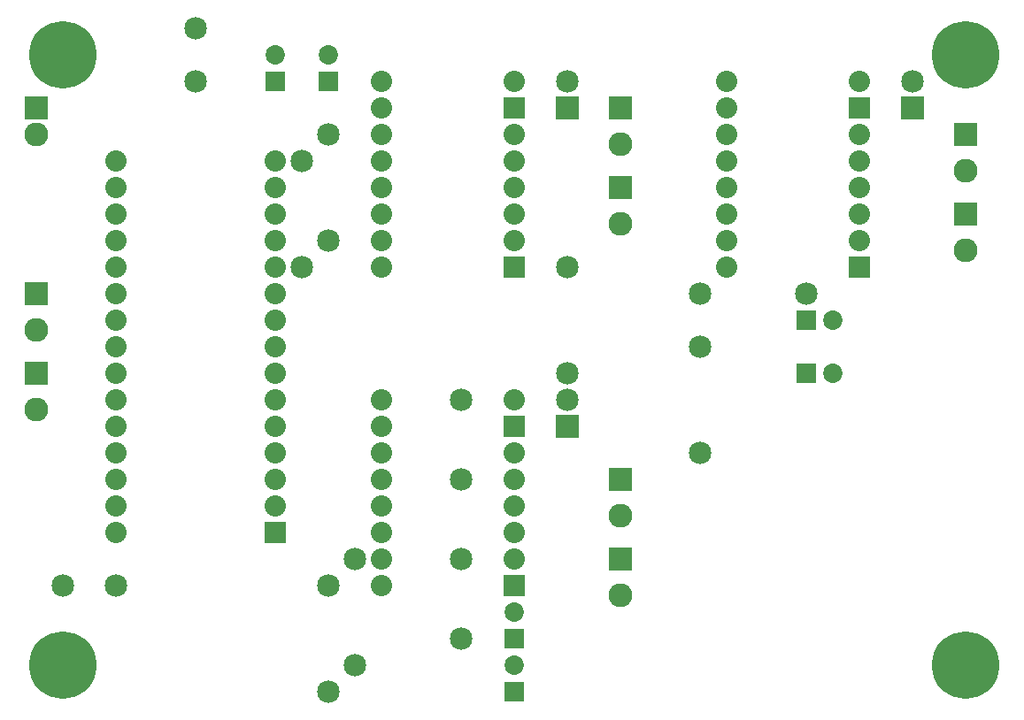
<source format=gbs>
G04 MADE WITH FRITZING*
G04 WWW.FRITZING.ORG*
G04 DOUBLE SIDED*
G04 HOLES PLATED*
G04 CONTOUR ON CENTER OF CONTOUR VECTOR*
%ASAXBY*%
%FSLAX23Y23*%
%MOIN*%
%OFA0B0*%
%SFA1.0B1.0*%
%ADD10C,0.085000*%
%ADD11C,0.072992*%
%ADD12C,0.080000*%
%ADD13C,0.090000*%
%ADD14C,0.254094*%
%ADD15R,0.072992X0.072992*%
%ADD16R,0.079972X0.080000*%
%ADD17R,0.080000X0.080000*%
%ADD18R,0.090000X0.090000*%
%ADD19R,0.085000X0.085000*%
%LNMASK0*%
G90*
G70*
G54D10*
X253Y531D03*
X453Y531D03*
X1353Y231D03*
X1353Y631D03*
X1353Y231D03*
X1353Y631D03*
X1253Y1831D03*
X1253Y2231D03*
X1253Y1831D03*
X1253Y2231D03*
X3053Y1631D03*
X2653Y1631D03*
X3053Y1631D03*
X2653Y1631D03*
G54D11*
X3054Y1531D03*
X3153Y1531D03*
X3054Y1531D03*
X3153Y1531D03*
X1253Y2432D03*
X1253Y2531D03*
X1253Y2432D03*
X1253Y2531D03*
X1953Y332D03*
X1953Y431D03*
X1953Y332D03*
X1953Y431D03*
X3054Y1331D03*
X3153Y1331D03*
X3054Y1331D03*
X3153Y1331D03*
G54D10*
X2653Y1031D03*
X2653Y1431D03*
X2653Y1031D03*
X2653Y1431D03*
G54D11*
X1953Y132D03*
X1953Y231D03*
X1953Y132D03*
X1953Y231D03*
G54D10*
X1253Y131D03*
X1253Y531D03*
X1253Y131D03*
X1253Y531D03*
G54D11*
X1053Y2432D03*
X1053Y2531D03*
X1053Y2432D03*
X1053Y2531D03*
G54D10*
X1153Y1731D03*
X1153Y2131D03*
X1153Y1731D03*
X1153Y2131D03*
G54D12*
X1053Y731D03*
X1053Y831D03*
X1053Y931D03*
X1053Y1031D03*
X1053Y1131D03*
X1053Y1231D03*
X1053Y1331D03*
X1053Y1431D03*
X1053Y1531D03*
X1053Y1631D03*
X1053Y1731D03*
X1053Y1831D03*
X1053Y1931D03*
X1053Y2031D03*
X1053Y2131D03*
X453Y731D03*
X453Y831D03*
X453Y931D03*
X453Y1031D03*
X453Y1131D03*
X453Y1231D03*
X453Y1331D03*
X453Y1431D03*
X453Y1531D03*
X453Y1631D03*
X453Y1731D03*
X453Y1831D03*
X453Y1931D03*
X453Y2031D03*
X453Y2131D03*
X1453Y2431D03*
X1953Y2431D03*
X1453Y2331D03*
X1953Y2331D03*
X1453Y2231D03*
X1953Y2231D03*
X1453Y2131D03*
X1953Y2131D03*
X1453Y2031D03*
X1953Y2031D03*
X1453Y1931D03*
X1953Y1931D03*
X1453Y1831D03*
X1953Y1831D03*
X1453Y1731D03*
X1953Y1731D03*
X1453Y1231D03*
X1953Y1231D03*
X1453Y1131D03*
X1953Y1131D03*
X1453Y1031D03*
X1953Y1031D03*
X1453Y931D03*
X1953Y931D03*
X1453Y831D03*
X1953Y831D03*
X1453Y731D03*
X1953Y731D03*
X1453Y631D03*
X1953Y631D03*
X1453Y531D03*
X1953Y531D03*
X2753Y2430D03*
X3253Y2430D03*
X2753Y2330D03*
X3253Y2330D03*
X2753Y2230D03*
X3253Y2230D03*
X2753Y2130D03*
X3253Y2130D03*
X2753Y2030D03*
X3253Y2030D03*
X2753Y1930D03*
X3253Y1930D03*
X2753Y1830D03*
X3253Y1830D03*
X2753Y1730D03*
X3253Y1730D03*
G54D13*
X153Y2331D03*
X153Y2231D03*
G54D10*
X2153Y1331D03*
X2153Y1731D03*
G54D13*
X2353Y2331D03*
X2353Y2193D03*
X2353Y2031D03*
X2353Y1893D03*
X3653Y2231D03*
X3653Y2093D03*
X3653Y1931D03*
X3653Y1793D03*
G54D10*
X3453Y2331D03*
X3453Y2431D03*
X2153Y1131D03*
X2153Y1231D03*
X2153Y2331D03*
X2153Y2431D03*
G54D13*
X2353Y931D03*
X2353Y793D03*
X2353Y631D03*
X2353Y493D03*
G54D10*
X1753Y631D03*
X1753Y331D03*
X1753Y1231D03*
X1753Y931D03*
G54D13*
X153Y1631D03*
X153Y1493D03*
X153Y1331D03*
X153Y1193D03*
G54D14*
X3653Y231D03*
X253Y231D03*
X3653Y2531D03*
X253Y2531D03*
G54D10*
X753Y2631D03*
X753Y2431D03*
G54D15*
X3054Y1531D03*
X3054Y1531D03*
X1253Y2432D03*
X1253Y2432D03*
X1953Y332D03*
X1953Y332D03*
X3054Y1331D03*
X3054Y1331D03*
X1953Y132D03*
X1953Y132D03*
X1053Y2432D03*
X1053Y2432D03*
G54D16*
X1053Y731D03*
G54D17*
X1953Y1731D03*
X1953Y2331D03*
X1953Y531D03*
X1953Y1131D03*
X3253Y1730D03*
X3253Y2330D03*
G54D18*
X153Y2331D03*
X2353Y2331D03*
X2353Y2031D03*
X3653Y2231D03*
X3653Y1931D03*
G54D19*
X3453Y2331D03*
X2153Y1131D03*
X2153Y2331D03*
G54D18*
X2353Y931D03*
X2353Y631D03*
X153Y1631D03*
X153Y1331D03*
G04 End of Mask0*
M02*
</source>
